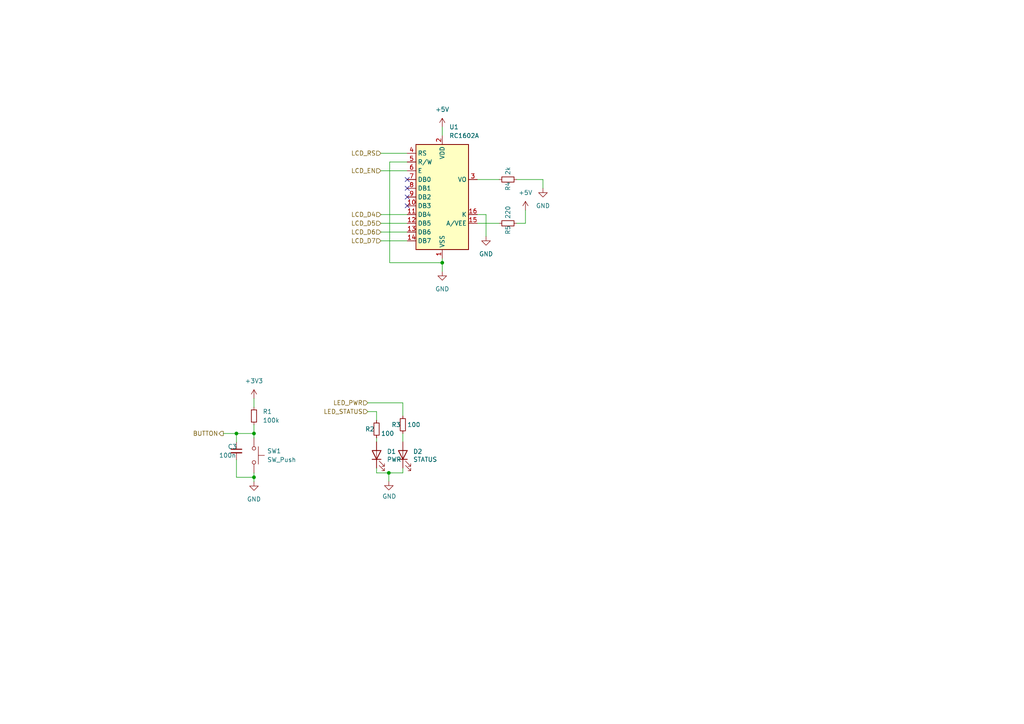
<source format=kicad_sch>
(kicad_sch (version 20211123) (generator eeschema)
  (paper "A4")
  (title_block (title "Irish Coffee Unlimited - Main") (date "2022-03-16") (rev "1") (company "DTUEliten"))
  (lib_symbols
    (symbol "Device:C_Small" (pin_numbers hide) (pin_names (offset 0.254) hide)
      (property "Reference" "C" (at 0.254 1.778 0))
      (property "Value" "C_Small" (at 0.254 -2.032 0))
      (symbol "C_Small_0_1"
        (polyline (pts (xy -1.524 -0.508) (xy 1.524 -0.508)) (stroke (width 0.3302)))
        (polyline (pts (xy -1.524 0.508) (xy 1.524 0.508)) (stroke (width 0.3048)))
      )
      (symbol "C_Small_1_1"
        (pin passive line (at 0 2.54 270) (length 2.032) (name "~") (number "1"))
        (pin passive line (at 0 -2.54 90) (length 2.032) (name "~") (number "2"))
      )
    )
    (symbol "Device:LED" (pin_numbers hide) (pin_names (offset 1.016) hide)
      (property "Reference" "D" (at 0 2.54 0))
      (property "Value" "LED" (at 0 -2.54 0))
      (symbol "LED_0_1"
        (polyline (pts (xy -1.27 -1.27) (xy -1.27 1.27)) (stroke (width 0.254)))
        (polyline (pts (xy -1.27 0) (xy 1.27 0)))
        (polyline (pts (xy 1.27 -1.27) (xy 1.27 1.27) (xy -1.27 0) (xy 1.27 -1.27)) (stroke (width 0.254)))
        (polyline (pts (xy -3.048 -0.762) (xy -4.572 -2.286) (xy -3.81 -2.286) (xy -4.572 -2.286) (xy -4.572 -1.524)))
        (polyline (pts (xy -1.778 -0.762) (xy -3.302 -2.286) (xy -2.54 -2.286) (xy -3.302 -2.286) (xy -3.302 -1.524)))
      )
      (symbol "LED_1_1"
        (pin passive line (at -3.81 0 0) (length 2.54) (name "K") (number "1"))
        (pin passive line (at 3.81 0 180) (length 2.54) (name "A") (number "2"))
      )
    )
    (symbol "Device:R_Small" (pin_numbers hide) (pin_names (offset 0.254) hide)
      (property "Reference" "R" (at 0.762 0.508 0))
      (property "Value" "R_Small" (at 0.762 -1.016 0))
      (symbol "R_Small_0_1"
        (rectangle (start -0.762 1.778) (end 0.762 -1.778) (stroke (width 0.2032)))
      )
      (symbol "R_Small_1_1"
        (pin passive line (at 0 2.54 270) (length 0.762) (name "~") (number "1"))
        (pin passive line (at 0 -2.54 90) (length 0.762) (name "~") (number "2"))
      )
    )
    (symbol "Display_Character:RC1602A"
      (property "Reference" "U" (at -6.35 16.51 0))
      (property "Value" "RC1602A" (at 2.794 16.51 0))
      (symbol "RC1602A_0_1"
        (rectangle (start -7.62 15.24) (end 7.62 -15.24) (stroke (width 0.254)) (fill (type background)))
      )
      (symbol "RC1602A_1_1"
        (pin power_in line (at 0 -17.78 90) (length 2.54) (name "VSS") (number "1"))
        (pin bidirectional line (at -10.16 -2.54 0) (length 2.54) (name "DB3") (number "10"))
        (pin bidirectional line (at -10.16 -5.08 0) (length 2.54) (name "DB4") (number "11"))
        (pin bidirectional line (at -10.16 -7.62 0) (length 2.54) (name "DB5") (number "12"))
        (pin bidirectional line (at -10.16 -10.16 0) (length 2.54) (name "DB6") (number "13"))
        (pin bidirectional line (at -10.16 -12.7 0) (length 2.54) (name "DB7") (number "14"))
        (pin power_in line (at 10.16 -7.62 180) (length 2.54) (name "A/VEE") (number "15"))
        (pin power_in line (at 10.16 -5.08 180) (length 2.54) (name "K") (number "16"))
        (pin power_in line (at 0 17.78 270) (length 2.54) (name "VDD") (number "2"))
        (pin power_in line (at 10.16 5.08 180) (length 2.54) (name "VO") (number "3"))
        (pin input line (at -10.16 12.7 0) (length 2.54) (name "RS") (number "4"))
        (pin input line (at -10.16 10.16 0) (length 2.54) (name "R/W") (number "5"))
        (pin input line (at -10.16 7.62 0) (length 2.54) (name "E") (number "6"))
        (pin bidirectional line (at -10.16 5.08 0) (length 2.54) (name "DB0") (number "7"))
        (pin bidirectional line (at -10.16 2.54 0) (length 2.54) (name "DB1") (number "8"))
        (pin bidirectional line (at -10.16 0 0) (length 2.54) (name "DB2") (number "9"))
      )
    )
    (symbol "Switch:SW_Push" (pin_numbers hide) (pin_names (offset 1.016) hide)
      (property "Reference" "SW" (at 1.27 2.54 0))
      (property "Value" "SW_Push" (at 0 -1.524 0))
      (symbol "SW_Push_0_1"
        (circle (center -2.032 0) (radius 0.508))
        (polyline (pts (xy 0 1.27) (xy 0 3.048)))
        (polyline (pts (xy 2.54 1.27) (xy -2.54 1.27)))
        (circle (center 2.032 0) (radius 0.508))
        (pin passive line (at -5.08 0 0) (length 2.54) (name "1") (number "1"))
        (pin passive line (at 5.08 0 180) (length 2.54) (name "2") (number "2"))
      )
    )
    (symbol "power:+3V3" (power) (pin_names (offset 0))
      (property "Value" "+3V3" (at 0 3.556 0))
      (symbol "+3V3_0_1"
        (polyline (pts (xy -0.762 1.27) (xy 0 2.54)))
        (polyline (pts (xy 0 0) (xy 0 2.54)))
        (polyline (pts (xy 0 2.54) (xy 0.762 1.27)))
      )
      (symbol "+3V3_1_1"
        (pin power_in line (at 0 0 90) (length 0) hide (name "+3V3") (number "1"))
      )
    )
    (symbol "power:+5V" (power) (pin_names (offset 0))
      (property "Value" "+5V" (at 0 3.556 0))
      (symbol "+5V_0_1"
        (polyline (pts (xy -0.762 1.27) (xy 0 2.54)))
        (polyline (pts (xy 0 0) (xy 0 2.54)))
        (polyline (pts (xy 0 2.54) (xy 0.762 1.27)))
      )
      (symbol "+5V_1_1"
        (pin power_in line (at 0 0 90) (length 0) hide (name "+5V") (number "1"))
      )
    )
    (symbol "power:GND" (power) (pin_names (offset 0))
      (property "Value" "GND" (at 0 -3.81 0))
      (symbol "GND_0_1"
        (polyline (pts (xy 0 0) (xy 0 -1.27) (xy 1.27 -1.27) (xy 0 -2.54) (xy -1.27 -1.27) (xy 0 -1.27)))
      )
      (symbol "GND_1_1"
        (pin power_in line (at 0 0 270) (length 0) hide (name "GND") (number "1"))
      )
    )
  )
  (junction (at 112.776 137.16))
  (junction (at 73.66 138.43))
  (junction (at 128.27 76.2))
  (junction (at 68.58 125.73))
  (junction (at 73.66 125.73))
  (no_connect (at 118.11 59.69))
  (no_connect (at 118.11 57.15))
  (no_connect (at 118.11 54.61))
  (no_connect (at 118.11 52.07))
  (wire (pts (xy 109.22 135.763) (xy 109.22 137.16)))
  (wire (pts (xy 68.58 125.73) (xy 64.77 125.73)))
  (wire (pts (xy 138.43 62.23) (xy 140.97 62.23)))
  (wire (pts (xy 157.48 54.61) (xy 157.48 52.07)))
  (wire (pts (xy 128.27 74.93) (xy 128.27 76.2)))
  (wire (pts (xy 138.43 64.77) (xy 144.78 64.77)))
  (wire (pts (xy 106.68 116.84) (xy 116.84 116.84)))
  (wire (pts (xy 112.776 137.16) (xy 116.84 137.16)))
  (wire (pts (xy 109.22 137.16) (xy 112.776 137.16)))
  (wire (pts (xy 68.58 125.73) (xy 68.58 128.27)))
  (wire (pts (xy 116.84 116.84) (xy 116.84 120.65)))
  (wire (pts (xy 73.66 139.7) (xy 73.66 138.43)))
  (wire (pts (xy 110.49 49.53) (xy 118.11 49.53)))
  (wire (pts (xy 113.03 76.2) (xy 128.27 76.2)))
  (wire (pts (xy 152.4 60.96) (xy 152.4 64.77)))
  (wire (pts (xy 110.49 64.77) (xy 118.11 64.77)))
  (wire (pts (xy 68.58 138.43) (xy 73.66 138.43)))
  (wire (pts (xy 128.27 76.2) (xy 128.27 78.74)))
  (wire (pts (xy 138.43 52.07) (xy 144.78 52.07)))
  (wire (pts (xy 128.27 36.83) (xy 128.27 39.37)))
  (wire (pts (xy 73.66 123.19) (xy 73.66 125.73)))
  (wire (pts (xy 116.84 125.73) (xy 116.84 128.143)))
  (wire (pts (xy 73.66 137.16) (xy 73.66 138.43)))
  (wire (pts (xy 109.22 121.92) (xy 109.22 119.38)))
  (wire (pts (xy 110.49 44.45) (xy 118.11 44.45)))
  (wire (pts (xy 73.66 127) (xy 73.66 125.73)))
  (wire (pts (xy 110.49 62.23) (xy 118.11 62.23)))
  (wire (pts (xy 113.03 46.99) (xy 113.03 76.2)))
  (wire (pts (xy 110.49 69.85) (xy 118.11 69.85)))
  (wire (pts (xy 149.86 64.77) (xy 152.4 64.77)))
  (wire (pts (xy 73.66 115.57) (xy 73.66 118.11)))
  (wire (pts (xy 109.22 127) (xy 109.22 128.143)))
  (wire (pts (xy 73.66 125.73) (xy 68.58 125.73)))
  (wire (pts (xy 116.84 137.16) (xy 116.84 135.763)))
  (wire (pts (xy 118.11 46.99) (xy 113.03 46.99)))
  (wire (pts (xy 110.49 67.31) (xy 118.11 67.31)))
  (wire (pts (xy 140.97 62.23) (xy 140.97 68.58)))
  (wire (pts (xy 109.22 119.38) (xy 106.68 119.38)))
  (wire (pts (xy 68.58 133.35) (xy 68.58 138.43)))
  (wire (pts (xy 149.86 52.07) (xy 157.48 52.07)))
  (wire (pts (xy 112.776 137.16) (xy 112.776 139.573)))
  (hierarchical_label "LCD_RS" (shape input) (at 110.49 44.45 180))
  (hierarchical_label "LCD_D7" (shape input) (at 110.49 69.85 180))
  (hierarchical_label "LCD_D4" (shape input) (at 110.49 62.23 180))
  (hierarchical_label "LED_STATUS" (shape input) (at 106.68 119.38 180))
  (hierarchical_label "LED_PWR" (shape input) (at 106.68 116.84 180))
  (hierarchical_label "LCD_EN" (shape input) (at 110.49 49.53 180))
  (hierarchical_label "LCD_D5" (shape input) (at 110.49 64.77 180))
  (hierarchical_label "BUTTON" (shape output) (at 64.77 125.73 180))
  (hierarchical_label "LCD_D6" (shape input) (at 110.49 67.31 180))
  (symbol (lib_id "power:GND") (at 73.66 139.7 0) (unit 1)
    (property "Reference" "#PWR08" (effects hide))
    (property "Value" "GND" (at 73.66 144.78 0))
  )
  (symbol (lib_id "Device:LED") (at 116.84 131.953 90) (unit 1)
    (property "Reference" "D2" (at 119.8118 130.9624 90) (effects (justify right)))
    (property "Value" "STATUS" (at 119.8118 133.2738 90) (effects (justify right)))
    (property "Footprint" "Diode_SMD:D_1206_3216Metric" (effects hide))
  )
  (symbol (lib_id "power:GND") (at 112.776 139.573 0) (unit 1)
    (property "Reference" "#PWR09" (effects hide))
    (property "Value" "GND" (at 112.903 143.9672 0))
  )
  (symbol (lib_id "Device:R_Small") (at 73.66 120.65 0) (unit 1)
    (property "Reference" "R1" (at 76.2 119.3799 0) (effects (justify left)))
    (property "Value" "100k" (at 76.2 121.9199 0) (effects (justify left)))
  )
  (symbol (lib_id "Device:LED") (at 109.22 131.953 90) (unit 1)
    (property "Reference" "D1" (at 112.1918 130.9624 90) (effects (justify right)))
    (property "Value" "PWR" (at 112.1918 133.2738 90) (effects (justify right)))
    (property "Footprint" "Diode_SMD:D_1206_3216Metric" (effects hide))
  )
  (symbol (lib_id "Switch:SW_Push") (at 73.66 132.08 270) (unit 1)
    (property "Reference" "SW1" (at 77.47 130.8099 90) (effects (justify left)))
    (property "Value" "SW_Push" (at 77.47 133.3499 90) (effects (justify left)))
  )
  (symbol (lib_id "power:GND") (at 128.27 78.74 0) (unit 1)
    (property "Reference" "#PWR011" (effects hide))
    (property "Value" "GND" (at 128.27 83.82 0))
  )
  (symbol (lib_id "power:+5V") (at 152.4 60.96 0) (unit 1)
    (property "Reference" "#PWR013" (effects hide))
    (property "Value" "+5V" (at 152.4 55.88 0))
  )
  (symbol (lib_id "Device:R_Small") (at 147.32 52.07 90) (unit 1)
    (property "Reference" "R4" (at 147.32 55.372 0) (effects (justify left)))
    (property "Value" "2k" (at 147.32 50.8 0) (effects (justify left)))
    (property "Footprint" "Resistor_SMD:R_0805_2012Metric" (effects hide))
  )
  (symbol (lib_id "Display_Character:RC1602A") (at 128.27 57.15 0) (unit 1)
    (property "Reference" "U1" (at 130.2894 36.83 0) (effects (justify left)))
    (property "Value" "RC1602A" (at 130.2894 39.37 0) (effects (justify left)))
    (property "Footprint" "Display:RC1602A" (effects hide))
    (property "Datasheet" "http://www.raystar-optronics.com/down.php?ProID=18" (effects hide))
  )
  (symbol (lib_id "Device:R_Small") (at 116.84 123.19 0) (unit 1)
    (property "Reference" "R3" (at 113.538 123.19 0) (effects (justify left)))
    (property "Value" "100" (at 118.11 123.19 0) (effects (justify left)))
    (property "Footprint" "Resistor_SMD:R_0805_2012Metric" (effects hide))
  )
  (symbol (lib_id "Device:C_Small") (at 68.58 130.81 0) (unit 1)
    (property "Reference" "C3" (at 66.04 129.54 0) (effects (justify left)))
    (property "Value" "100n" (at 63.5 132.08 0) (effects (justify left)))
  )
  (symbol (lib_id "power:GND") (at 140.97 68.58 0) (unit 1)
    (property "Reference" "#PWR012" (effects hide))
    (property "Value" "GND" (at 140.97 73.66 0))
  )
  (symbol (lib_id "power:+3V3") (at 73.66 115.57 0) (unit 1)
    (property "Reference" "#PWR04" (effects hide))
    (property "Value" "+3V3" (at 73.66 110.49 0))
  )
  (symbol (lib_id "Device:R_Small") (at 147.32 64.77 90) (unit 1)
    (property "Reference" "R5" (at 147.32 68.072 0) (effects (justify left)))
    (property "Value" "220" (at 147.32 63.5 0) (effects (justify left)))
    (property "Footprint" "Resistor_SMD:R_0805_2012Metric" (effects hide))
  )
  (symbol (lib_id "power:+5V") (at 128.27 36.83 0) (unit 1)
    (property "Reference" "#PWR010" (effects hide))
    (property "Value" "+5V" (at 128.27 31.75 0))
  )
  (symbol (lib_id "power:GND") (at 157.48 54.61 0) (unit 1)
    (property "Reference" "#PWR014" (effects hide))
    (property "Value" "GND" (at 157.48 59.69 0))
  )
  (symbol (lib_id "Device:R_Small") (at 109.22 124.46 0) (unit 1)
    (property "Reference" "R2" (at 105.918 124.46 0) (effects (justify left)))
    (property "Value" "100" (at 110.49 125.73 0) (effects (justify left)))
    (property "Footprint" "Resistor_SMD:R_0805_2012Metric" (effects hide))
  )
)
</source>
